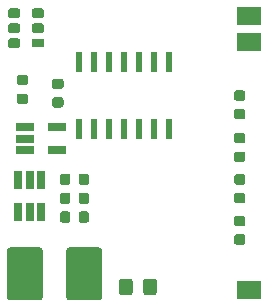
<source format=gbr>
G04 #@! TF.GenerationSoftware,KiCad,Pcbnew,5.1.2*
G04 #@! TF.CreationDate,2019-08-16T23:11:14-07:00*
G04 #@! TF.ProjectId,lofi,6c6f6669-2e6b-4696-9361-645f70636258,rev?*
G04 #@! TF.SameCoordinates,Original*
G04 #@! TF.FileFunction,Paste,Top*
G04 #@! TF.FilePolarity,Positive*
%FSLAX46Y46*%
G04 Gerber Fmt 4.6, Leading zero omitted, Abs format (unit mm)*
G04 Created by KiCad (PCBNEW 5.1.2) date 2019-08-16 23:11:14*
%MOMM*%
%LPD*%
G04 APERTURE LIST*
%ADD10R,0.600000X1.800000*%
%ADD11R,0.650000X1.560000*%
%ADD12R,2.000000X1.600000*%
%ADD13C,0.100000*%
%ADD14C,0.800000*%
%ADD15R,1.000000X0.800000*%
%ADD16C,0.875000*%
%ADD17C,3.025000*%
%ADD18C,1.150000*%
%ADD19R,1.560000X0.650000*%
G04 APERTURE END LIST*
D10*
X116590000Y-74200000D03*
X117860000Y-74200000D03*
X119130000Y-74200000D03*
X120400000Y-74200000D03*
X121670000Y-74200000D03*
X122940000Y-74200000D03*
X124210000Y-74200000D03*
X124210000Y-79800000D03*
X122940000Y-79800000D03*
X121670000Y-79800000D03*
X120400000Y-79800000D03*
X119130000Y-79800000D03*
X117860000Y-79800000D03*
X116590000Y-79800000D03*
D11*
X112400000Y-84150000D03*
X111450000Y-84150000D03*
X113350000Y-84150000D03*
X113350000Y-86850000D03*
X112400000Y-86850000D03*
X111450000Y-86850000D03*
D12*
X131000000Y-72500000D03*
X131000000Y-93500000D03*
X131000000Y-70300000D03*
D13*
G36*
X111419603Y-69630963D02*
G01*
X111439018Y-69633843D01*
X111458057Y-69638612D01*
X111476537Y-69645224D01*
X111494279Y-69653616D01*
X111511114Y-69663706D01*
X111526879Y-69675398D01*
X111541421Y-69688579D01*
X111554602Y-69703121D01*
X111566294Y-69718886D01*
X111576384Y-69735721D01*
X111584776Y-69753463D01*
X111591388Y-69771943D01*
X111596157Y-69790982D01*
X111599037Y-69810397D01*
X111600000Y-69830000D01*
X111600000Y-70230000D01*
X111599037Y-70249603D01*
X111596157Y-70269018D01*
X111591388Y-70288057D01*
X111584776Y-70306537D01*
X111576384Y-70324279D01*
X111566294Y-70341114D01*
X111554602Y-70356879D01*
X111541421Y-70371421D01*
X111526879Y-70384602D01*
X111511114Y-70396294D01*
X111494279Y-70406384D01*
X111476537Y-70414776D01*
X111458057Y-70421388D01*
X111439018Y-70426157D01*
X111419603Y-70429037D01*
X111400000Y-70430000D01*
X110800000Y-70430000D01*
X110780397Y-70429037D01*
X110760982Y-70426157D01*
X110741943Y-70421388D01*
X110723463Y-70414776D01*
X110705721Y-70406384D01*
X110688886Y-70396294D01*
X110673121Y-70384602D01*
X110658579Y-70371421D01*
X110645398Y-70356879D01*
X110633706Y-70341114D01*
X110623616Y-70324279D01*
X110615224Y-70306537D01*
X110608612Y-70288057D01*
X110603843Y-70269018D01*
X110600963Y-70249603D01*
X110600000Y-70230000D01*
X110600000Y-69830000D01*
X110600963Y-69810397D01*
X110603843Y-69790982D01*
X110608612Y-69771943D01*
X110615224Y-69753463D01*
X110623616Y-69735721D01*
X110633706Y-69718886D01*
X110645398Y-69703121D01*
X110658579Y-69688579D01*
X110673121Y-69675398D01*
X110688886Y-69663706D01*
X110705721Y-69653616D01*
X110723463Y-69645224D01*
X110741943Y-69638612D01*
X110760982Y-69633843D01*
X110780397Y-69630963D01*
X110800000Y-69630000D01*
X111400000Y-69630000D01*
X111419603Y-69630963D01*
X111419603Y-69630963D01*
G37*
D14*
X111100000Y-70030000D03*
D13*
G36*
X113419603Y-69630963D02*
G01*
X113439018Y-69633843D01*
X113458057Y-69638612D01*
X113476537Y-69645224D01*
X113494279Y-69653616D01*
X113511114Y-69663706D01*
X113526879Y-69675398D01*
X113541421Y-69688579D01*
X113554602Y-69703121D01*
X113566294Y-69718886D01*
X113576384Y-69735721D01*
X113584776Y-69753463D01*
X113591388Y-69771943D01*
X113596157Y-69790982D01*
X113599037Y-69810397D01*
X113600000Y-69830000D01*
X113600000Y-70230000D01*
X113599037Y-70249603D01*
X113596157Y-70269018D01*
X113591388Y-70288057D01*
X113584776Y-70306537D01*
X113576384Y-70324279D01*
X113566294Y-70341114D01*
X113554602Y-70356879D01*
X113541421Y-70371421D01*
X113526879Y-70384602D01*
X113511114Y-70396294D01*
X113494279Y-70406384D01*
X113476537Y-70414776D01*
X113458057Y-70421388D01*
X113439018Y-70426157D01*
X113419603Y-70429037D01*
X113400000Y-70430000D01*
X112800000Y-70430000D01*
X112780397Y-70429037D01*
X112760982Y-70426157D01*
X112741943Y-70421388D01*
X112723463Y-70414776D01*
X112705721Y-70406384D01*
X112688886Y-70396294D01*
X112673121Y-70384602D01*
X112658579Y-70371421D01*
X112645398Y-70356879D01*
X112633706Y-70341114D01*
X112623616Y-70324279D01*
X112615224Y-70306537D01*
X112608612Y-70288057D01*
X112603843Y-70269018D01*
X112600963Y-70249603D01*
X112600000Y-70230000D01*
X112600000Y-69830000D01*
X112600963Y-69810397D01*
X112603843Y-69790982D01*
X112608612Y-69771943D01*
X112615224Y-69753463D01*
X112623616Y-69735721D01*
X112633706Y-69718886D01*
X112645398Y-69703121D01*
X112658579Y-69688579D01*
X112673121Y-69675398D01*
X112688886Y-69663706D01*
X112705721Y-69653616D01*
X112723463Y-69645224D01*
X112741943Y-69638612D01*
X112760982Y-69633843D01*
X112780397Y-69630963D01*
X112800000Y-69630000D01*
X113400000Y-69630000D01*
X113419603Y-69630963D01*
X113419603Y-69630963D01*
G37*
D14*
X113100000Y-70030000D03*
D13*
G36*
X111419603Y-70900963D02*
G01*
X111439018Y-70903843D01*
X111458057Y-70908612D01*
X111476537Y-70915224D01*
X111494279Y-70923616D01*
X111511114Y-70933706D01*
X111526879Y-70945398D01*
X111541421Y-70958579D01*
X111554602Y-70973121D01*
X111566294Y-70988886D01*
X111576384Y-71005721D01*
X111584776Y-71023463D01*
X111591388Y-71041943D01*
X111596157Y-71060982D01*
X111599037Y-71080397D01*
X111600000Y-71100000D01*
X111600000Y-71500000D01*
X111599037Y-71519603D01*
X111596157Y-71539018D01*
X111591388Y-71558057D01*
X111584776Y-71576537D01*
X111576384Y-71594279D01*
X111566294Y-71611114D01*
X111554602Y-71626879D01*
X111541421Y-71641421D01*
X111526879Y-71654602D01*
X111511114Y-71666294D01*
X111494279Y-71676384D01*
X111476537Y-71684776D01*
X111458057Y-71691388D01*
X111439018Y-71696157D01*
X111419603Y-71699037D01*
X111400000Y-71700000D01*
X110800000Y-71700000D01*
X110780397Y-71699037D01*
X110760982Y-71696157D01*
X110741943Y-71691388D01*
X110723463Y-71684776D01*
X110705721Y-71676384D01*
X110688886Y-71666294D01*
X110673121Y-71654602D01*
X110658579Y-71641421D01*
X110645398Y-71626879D01*
X110633706Y-71611114D01*
X110623616Y-71594279D01*
X110615224Y-71576537D01*
X110608612Y-71558057D01*
X110603843Y-71539018D01*
X110600963Y-71519603D01*
X110600000Y-71500000D01*
X110600000Y-71100000D01*
X110600963Y-71080397D01*
X110603843Y-71060982D01*
X110608612Y-71041943D01*
X110615224Y-71023463D01*
X110623616Y-71005721D01*
X110633706Y-70988886D01*
X110645398Y-70973121D01*
X110658579Y-70958579D01*
X110673121Y-70945398D01*
X110688886Y-70933706D01*
X110705721Y-70923616D01*
X110723463Y-70915224D01*
X110741943Y-70908612D01*
X110760982Y-70903843D01*
X110780397Y-70900963D01*
X110800000Y-70900000D01*
X111400000Y-70900000D01*
X111419603Y-70900963D01*
X111419603Y-70900963D01*
G37*
D14*
X111100000Y-71300000D03*
D13*
G36*
X113419603Y-70900963D02*
G01*
X113439018Y-70903843D01*
X113458057Y-70908612D01*
X113476537Y-70915224D01*
X113494279Y-70923616D01*
X113511114Y-70933706D01*
X113526879Y-70945398D01*
X113541421Y-70958579D01*
X113554602Y-70973121D01*
X113566294Y-70988886D01*
X113576384Y-71005721D01*
X113584776Y-71023463D01*
X113591388Y-71041943D01*
X113596157Y-71060982D01*
X113599037Y-71080397D01*
X113600000Y-71100000D01*
X113600000Y-71500000D01*
X113599037Y-71519603D01*
X113596157Y-71539018D01*
X113591388Y-71558057D01*
X113584776Y-71576537D01*
X113576384Y-71594279D01*
X113566294Y-71611114D01*
X113554602Y-71626879D01*
X113541421Y-71641421D01*
X113526879Y-71654602D01*
X113511114Y-71666294D01*
X113494279Y-71676384D01*
X113476537Y-71684776D01*
X113458057Y-71691388D01*
X113439018Y-71696157D01*
X113419603Y-71699037D01*
X113400000Y-71700000D01*
X112800000Y-71700000D01*
X112780397Y-71699037D01*
X112760982Y-71696157D01*
X112741943Y-71691388D01*
X112723463Y-71684776D01*
X112705721Y-71676384D01*
X112688886Y-71666294D01*
X112673121Y-71654602D01*
X112658579Y-71641421D01*
X112645398Y-71626879D01*
X112633706Y-71611114D01*
X112623616Y-71594279D01*
X112615224Y-71576537D01*
X112608612Y-71558057D01*
X112603843Y-71539018D01*
X112600963Y-71519603D01*
X112600000Y-71500000D01*
X112600000Y-71100000D01*
X112600963Y-71080397D01*
X112603843Y-71060982D01*
X112608612Y-71041943D01*
X112615224Y-71023463D01*
X112623616Y-71005721D01*
X112633706Y-70988886D01*
X112645398Y-70973121D01*
X112658579Y-70958579D01*
X112673121Y-70945398D01*
X112688886Y-70933706D01*
X112705721Y-70923616D01*
X112723463Y-70915224D01*
X112741943Y-70908612D01*
X112760982Y-70903843D01*
X112780397Y-70900963D01*
X112800000Y-70900000D01*
X113400000Y-70900000D01*
X113419603Y-70900963D01*
X113419603Y-70900963D01*
G37*
D14*
X113100000Y-71300000D03*
D13*
G36*
X111419603Y-72170963D02*
G01*
X111439018Y-72173843D01*
X111458057Y-72178612D01*
X111476537Y-72185224D01*
X111494279Y-72193616D01*
X111511114Y-72203706D01*
X111526879Y-72215398D01*
X111541421Y-72228579D01*
X111554602Y-72243121D01*
X111566294Y-72258886D01*
X111576384Y-72275721D01*
X111584776Y-72293463D01*
X111591388Y-72311943D01*
X111596157Y-72330982D01*
X111599037Y-72350397D01*
X111600000Y-72370000D01*
X111600000Y-72770000D01*
X111599037Y-72789603D01*
X111596157Y-72809018D01*
X111591388Y-72828057D01*
X111584776Y-72846537D01*
X111576384Y-72864279D01*
X111566294Y-72881114D01*
X111554602Y-72896879D01*
X111541421Y-72911421D01*
X111526879Y-72924602D01*
X111511114Y-72936294D01*
X111494279Y-72946384D01*
X111476537Y-72954776D01*
X111458057Y-72961388D01*
X111439018Y-72966157D01*
X111419603Y-72969037D01*
X111400000Y-72970000D01*
X110800000Y-72970000D01*
X110780397Y-72969037D01*
X110760982Y-72966157D01*
X110741943Y-72961388D01*
X110723463Y-72954776D01*
X110705721Y-72946384D01*
X110688886Y-72936294D01*
X110673121Y-72924602D01*
X110658579Y-72911421D01*
X110645398Y-72896879D01*
X110633706Y-72881114D01*
X110623616Y-72864279D01*
X110615224Y-72846537D01*
X110608612Y-72828057D01*
X110603843Y-72809018D01*
X110600963Y-72789603D01*
X110600000Y-72770000D01*
X110600000Y-72370000D01*
X110600963Y-72350397D01*
X110603843Y-72330982D01*
X110608612Y-72311943D01*
X110615224Y-72293463D01*
X110623616Y-72275721D01*
X110633706Y-72258886D01*
X110645398Y-72243121D01*
X110658579Y-72228579D01*
X110673121Y-72215398D01*
X110688886Y-72203706D01*
X110705721Y-72193616D01*
X110723463Y-72185224D01*
X110741943Y-72178612D01*
X110760982Y-72173843D01*
X110780397Y-72170963D01*
X110800000Y-72170000D01*
X111400000Y-72170000D01*
X111419603Y-72170963D01*
X111419603Y-72170963D01*
G37*
D14*
X111100000Y-72570000D03*
D15*
X113100000Y-72570000D03*
D13*
G36*
X112077691Y-76838553D02*
G01*
X112098926Y-76841703D01*
X112119750Y-76846919D01*
X112139962Y-76854151D01*
X112159368Y-76863330D01*
X112177781Y-76874366D01*
X112195024Y-76887154D01*
X112210930Y-76901570D01*
X112225346Y-76917476D01*
X112238134Y-76934719D01*
X112249170Y-76953132D01*
X112258349Y-76972538D01*
X112265581Y-76992750D01*
X112270797Y-77013574D01*
X112273947Y-77034809D01*
X112275000Y-77056250D01*
X112275000Y-77493750D01*
X112273947Y-77515191D01*
X112270797Y-77536426D01*
X112265581Y-77557250D01*
X112258349Y-77577462D01*
X112249170Y-77596868D01*
X112238134Y-77615281D01*
X112225346Y-77632524D01*
X112210930Y-77648430D01*
X112195024Y-77662846D01*
X112177781Y-77675634D01*
X112159368Y-77686670D01*
X112139962Y-77695849D01*
X112119750Y-77703081D01*
X112098926Y-77708297D01*
X112077691Y-77711447D01*
X112056250Y-77712500D01*
X111543750Y-77712500D01*
X111522309Y-77711447D01*
X111501074Y-77708297D01*
X111480250Y-77703081D01*
X111460038Y-77695849D01*
X111440632Y-77686670D01*
X111422219Y-77675634D01*
X111404976Y-77662846D01*
X111389070Y-77648430D01*
X111374654Y-77632524D01*
X111361866Y-77615281D01*
X111350830Y-77596868D01*
X111341651Y-77577462D01*
X111334419Y-77557250D01*
X111329203Y-77536426D01*
X111326053Y-77515191D01*
X111325000Y-77493750D01*
X111325000Y-77056250D01*
X111326053Y-77034809D01*
X111329203Y-77013574D01*
X111334419Y-76992750D01*
X111341651Y-76972538D01*
X111350830Y-76953132D01*
X111361866Y-76934719D01*
X111374654Y-76917476D01*
X111389070Y-76901570D01*
X111404976Y-76887154D01*
X111422219Y-76874366D01*
X111440632Y-76863330D01*
X111460038Y-76854151D01*
X111480250Y-76846919D01*
X111501074Y-76841703D01*
X111522309Y-76838553D01*
X111543750Y-76837500D01*
X112056250Y-76837500D01*
X112077691Y-76838553D01*
X112077691Y-76838553D01*
G37*
D16*
X111800000Y-77275000D03*
D13*
G36*
X112077691Y-75263553D02*
G01*
X112098926Y-75266703D01*
X112119750Y-75271919D01*
X112139962Y-75279151D01*
X112159368Y-75288330D01*
X112177781Y-75299366D01*
X112195024Y-75312154D01*
X112210930Y-75326570D01*
X112225346Y-75342476D01*
X112238134Y-75359719D01*
X112249170Y-75378132D01*
X112258349Y-75397538D01*
X112265581Y-75417750D01*
X112270797Y-75438574D01*
X112273947Y-75459809D01*
X112275000Y-75481250D01*
X112275000Y-75918750D01*
X112273947Y-75940191D01*
X112270797Y-75961426D01*
X112265581Y-75982250D01*
X112258349Y-76002462D01*
X112249170Y-76021868D01*
X112238134Y-76040281D01*
X112225346Y-76057524D01*
X112210930Y-76073430D01*
X112195024Y-76087846D01*
X112177781Y-76100634D01*
X112159368Y-76111670D01*
X112139962Y-76120849D01*
X112119750Y-76128081D01*
X112098926Y-76133297D01*
X112077691Y-76136447D01*
X112056250Y-76137500D01*
X111543750Y-76137500D01*
X111522309Y-76136447D01*
X111501074Y-76133297D01*
X111480250Y-76128081D01*
X111460038Y-76120849D01*
X111440632Y-76111670D01*
X111422219Y-76100634D01*
X111404976Y-76087846D01*
X111389070Y-76073430D01*
X111374654Y-76057524D01*
X111361866Y-76040281D01*
X111350830Y-76021868D01*
X111341651Y-76002462D01*
X111334419Y-75982250D01*
X111329203Y-75961426D01*
X111326053Y-75940191D01*
X111325000Y-75918750D01*
X111325000Y-75481250D01*
X111326053Y-75459809D01*
X111329203Y-75438574D01*
X111334419Y-75417750D01*
X111341651Y-75397538D01*
X111350830Y-75378132D01*
X111361866Y-75359719D01*
X111374654Y-75342476D01*
X111389070Y-75326570D01*
X111404976Y-75312154D01*
X111422219Y-75299366D01*
X111440632Y-75288330D01*
X111460038Y-75279151D01*
X111480250Y-75271919D01*
X111501074Y-75266703D01*
X111522309Y-75263553D01*
X111543750Y-75262500D01*
X112056250Y-75262500D01*
X112077691Y-75263553D01*
X112077691Y-75263553D01*
G37*
D16*
X111800000Y-75700000D03*
D13*
G36*
X115077691Y-77151053D02*
G01*
X115098926Y-77154203D01*
X115119750Y-77159419D01*
X115139962Y-77166651D01*
X115159368Y-77175830D01*
X115177781Y-77186866D01*
X115195024Y-77199654D01*
X115210930Y-77214070D01*
X115225346Y-77229976D01*
X115238134Y-77247219D01*
X115249170Y-77265632D01*
X115258349Y-77285038D01*
X115265581Y-77305250D01*
X115270797Y-77326074D01*
X115273947Y-77347309D01*
X115275000Y-77368750D01*
X115275000Y-77806250D01*
X115273947Y-77827691D01*
X115270797Y-77848926D01*
X115265581Y-77869750D01*
X115258349Y-77889962D01*
X115249170Y-77909368D01*
X115238134Y-77927781D01*
X115225346Y-77945024D01*
X115210930Y-77960930D01*
X115195024Y-77975346D01*
X115177781Y-77988134D01*
X115159368Y-77999170D01*
X115139962Y-78008349D01*
X115119750Y-78015581D01*
X115098926Y-78020797D01*
X115077691Y-78023947D01*
X115056250Y-78025000D01*
X114543750Y-78025000D01*
X114522309Y-78023947D01*
X114501074Y-78020797D01*
X114480250Y-78015581D01*
X114460038Y-78008349D01*
X114440632Y-77999170D01*
X114422219Y-77988134D01*
X114404976Y-77975346D01*
X114389070Y-77960930D01*
X114374654Y-77945024D01*
X114361866Y-77927781D01*
X114350830Y-77909368D01*
X114341651Y-77889962D01*
X114334419Y-77869750D01*
X114329203Y-77848926D01*
X114326053Y-77827691D01*
X114325000Y-77806250D01*
X114325000Y-77368750D01*
X114326053Y-77347309D01*
X114329203Y-77326074D01*
X114334419Y-77305250D01*
X114341651Y-77285038D01*
X114350830Y-77265632D01*
X114361866Y-77247219D01*
X114374654Y-77229976D01*
X114389070Y-77214070D01*
X114404976Y-77199654D01*
X114422219Y-77186866D01*
X114440632Y-77175830D01*
X114460038Y-77166651D01*
X114480250Y-77159419D01*
X114501074Y-77154203D01*
X114522309Y-77151053D01*
X114543750Y-77150000D01*
X115056250Y-77150000D01*
X115077691Y-77151053D01*
X115077691Y-77151053D01*
G37*
D16*
X114800000Y-77587500D03*
D13*
G36*
X115077691Y-75576053D02*
G01*
X115098926Y-75579203D01*
X115119750Y-75584419D01*
X115139962Y-75591651D01*
X115159368Y-75600830D01*
X115177781Y-75611866D01*
X115195024Y-75624654D01*
X115210930Y-75639070D01*
X115225346Y-75654976D01*
X115238134Y-75672219D01*
X115249170Y-75690632D01*
X115258349Y-75710038D01*
X115265581Y-75730250D01*
X115270797Y-75751074D01*
X115273947Y-75772309D01*
X115275000Y-75793750D01*
X115275000Y-76231250D01*
X115273947Y-76252691D01*
X115270797Y-76273926D01*
X115265581Y-76294750D01*
X115258349Y-76314962D01*
X115249170Y-76334368D01*
X115238134Y-76352781D01*
X115225346Y-76370024D01*
X115210930Y-76385930D01*
X115195024Y-76400346D01*
X115177781Y-76413134D01*
X115159368Y-76424170D01*
X115139962Y-76433349D01*
X115119750Y-76440581D01*
X115098926Y-76445797D01*
X115077691Y-76448947D01*
X115056250Y-76450000D01*
X114543750Y-76450000D01*
X114522309Y-76448947D01*
X114501074Y-76445797D01*
X114480250Y-76440581D01*
X114460038Y-76433349D01*
X114440632Y-76424170D01*
X114422219Y-76413134D01*
X114404976Y-76400346D01*
X114389070Y-76385930D01*
X114374654Y-76370024D01*
X114361866Y-76352781D01*
X114350830Y-76334368D01*
X114341651Y-76314962D01*
X114334419Y-76294750D01*
X114329203Y-76273926D01*
X114326053Y-76252691D01*
X114325000Y-76231250D01*
X114325000Y-75793750D01*
X114326053Y-75772309D01*
X114329203Y-75751074D01*
X114334419Y-75730250D01*
X114341651Y-75710038D01*
X114350830Y-75690632D01*
X114361866Y-75672219D01*
X114374654Y-75654976D01*
X114389070Y-75639070D01*
X114404976Y-75624654D01*
X114422219Y-75611866D01*
X114440632Y-75600830D01*
X114460038Y-75591651D01*
X114480250Y-75584419D01*
X114501074Y-75579203D01*
X114522309Y-75576053D01*
X114543750Y-75575000D01*
X115056250Y-75575000D01*
X115077691Y-75576053D01*
X115077691Y-75576053D01*
G37*
D16*
X114800000Y-76012500D03*
D13*
G36*
X130477691Y-81751053D02*
G01*
X130498926Y-81754203D01*
X130519750Y-81759419D01*
X130539962Y-81766651D01*
X130559368Y-81775830D01*
X130577781Y-81786866D01*
X130595024Y-81799654D01*
X130610930Y-81814070D01*
X130625346Y-81829976D01*
X130638134Y-81847219D01*
X130649170Y-81865632D01*
X130658349Y-81885038D01*
X130665581Y-81905250D01*
X130670797Y-81926074D01*
X130673947Y-81947309D01*
X130675000Y-81968750D01*
X130675000Y-82406250D01*
X130673947Y-82427691D01*
X130670797Y-82448926D01*
X130665581Y-82469750D01*
X130658349Y-82489962D01*
X130649170Y-82509368D01*
X130638134Y-82527781D01*
X130625346Y-82545024D01*
X130610930Y-82560930D01*
X130595024Y-82575346D01*
X130577781Y-82588134D01*
X130559368Y-82599170D01*
X130539962Y-82608349D01*
X130519750Y-82615581D01*
X130498926Y-82620797D01*
X130477691Y-82623947D01*
X130456250Y-82625000D01*
X129943750Y-82625000D01*
X129922309Y-82623947D01*
X129901074Y-82620797D01*
X129880250Y-82615581D01*
X129860038Y-82608349D01*
X129840632Y-82599170D01*
X129822219Y-82588134D01*
X129804976Y-82575346D01*
X129789070Y-82560930D01*
X129774654Y-82545024D01*
X129761866Y-82527781D01*
X129750830Y-82509368D01*
X129741651Y-82489962D01*
X129734419Y-82469750D01*
X129729203Y-82448926D01*
X129726053Y-82427691D01*
X129725000Y-82406250D01*
X129725000Y-81968750D01*
X129726053Y-81947309D01*
X129729203Y-81926074D01*
X129734419Y-81905250D01*
X129741651Y-81885038D01*
X129750830Y-81865632D01*
X129761866Y-81847219D01*
X129774654Y-81829976D01*
X129789070Y-81814070D01*
X129804976Y-81799654D01*
X129822219Y-81786866D01*
X129840632Y-81775830D01*
X129860038Y-81766651D01*
X129880250Y-81759419D01*
X129901074Y-81754203D01*
X129922309Y-81751053D01*
X129943750Y-81750000D01*
X130456250Y-81750000D01*
X130477691Y-81751053D01*
X130477691Y-81751053D01*
G37*
D16*
X130200000Y-82187500D03*
D13*
G36*
X130477691Y-80176053D02*
G01*
X130498926Y-80179203D01*
X130519750Y-80184419D01*
X130539962Y-80191651D01*
X130559368Y-80200830D01*
X130577781Y-80211866D01*
X130595024Y-80224654D01*
X130610930Y-80239070D01*
X130625346Y-80254976D01*
X130638134Y-80272219D01*
X130649170Y-80290632D01*
X130658349Y-80310038D01*
X130665581Y-80330250D01*
X130670797Y-80351074D01*
X130673947Y-80372309D01*
X130675000Y-80393750D01*
X130675000Y-80831250D01*
X130673947Y-80852691D01*
X130670797Y-80873926D01*
X130665581Y-80894750D01*
X130658349Y-80914962D01*
X130649170Y-80934368D01*
X130638134Y-80952781D01*
X130625346Y-80970024D01*
X130610930Y-80985930D01*
X130595024Y-81000346D01*
X130577781Y-81013134D01*
X130559368Y-81024170D01*
X130539962Y-81033349D01*
X130519750Y-81040581D01*
X130498926Y-81045797D01*
X130477691Y-81048947D01*
X130456250Y-81050000D01*
X129943750Y-81050000D01*
X129922309Y-81048947D01*
X129901074Y-81045797D01*
X129880250Y-81040581D01*
X129860038Y-81033349D01*
X129840632Y-81024170D01*
X129822219Y-81013134D01*
X129804976Y-81000346D01*
X129789070Y-80985930D01*
X129774654Y-80970024D01*
X129761866Y-80952781D01*
X129750830Y-80934368D01*
X129741651Y-80914962D01*
X129734419Y-80894750D01*
X129729203Y-80873926D01*
X129726053Y-80852691D01*
X129725000Y-80831250D01*
X129725000Y-80393750D01*
X129726053Y-80372309D01*
X129729203Y-80351074D01*
X129734419Y-80330250D01*
X129741651Y-80310038D01*
X129750830Y-80290632D01*
X129761866Y-80272219D01*
X129774654Y-80254976D01*
X129789070Y-80239070D01*
X129804976Y-80224654D01*
X129822219Y-80211866D01*
X129840632Y-80200830D01*
X129860038Y-80191651D01*
X129880250Y-80184419D01*
X129901074Y-80179203D01*
X129922309Y-80176053D01*
X129943750Y-80175000D01*
X130456250Y-80175000D01*
X130477691Y-80176053D01*
X130477691Y-80176053D01*
G37*
D16*
X130200000Y-80612500D03*
D13*
G36*
X115665191Y-86826053D02*
G01*
X115686426Y-86829203D01*
X115707250Y-86834419D01*
X115727462Y-86841651D01*
X115746868Y-86850830D01*
X115765281Y-86861866D01*
X115782524Y-86874654D01*
X115798430Y-86889070D01*
X115812846Y-86904976D01*
X115825634Y-86922219D01*
X115836670Y-86940632D01*
X115845849Y-86960038D01*
X115853081Y-86980250D01*
X115858297Y-87001074D01*
X115861447Y-87022309D01*
X115862500Y-87043750D01*
X115862500Y-87556250D01*
X115861447Y-87577691D01*
X115858297Y-87598926D01*
X115853081Y-87619750D01*
X115845849Y-87639962D01*
X115836670Y-87659368D01*
X115825634Y-87677781D01*
X115812846Y-87695024D01*
X115798430Y-87710930D01*
X115782524Y-87725346D01*
X115765281Y-87738134D01*
X115746868Y-87749170D01*
X115727462Y-87758349D01*
X115707250Y-87765581D01*
X115686426Y-87770797D01*
X115665191Y-87773947D01*
X115643750Y-87775000D01*
X115206250Y-87775000D01*
X115184809Y-87773947D01*
X115163574Y-87770797D01*
X115142750Y-87765581D01*
X115122538Y-87758349D01*
X115103132Y-87749170D01*
X115084719Y-87738134D01*
X115067476Y-87725346D01*
X115051570Y-87710930D01*
X115037154Y-87695024D01*
X115024366Y-87677781D01*
X115013330Y-87659368D01*
X115004151Y-87639962D01*
X114996919Y-87619750D01*
X114991703Y-87598926D01*
X114988553Y-87577691D01*
X114987500Y-87556250D01*
X114987500Y-87043750D01*
X114988553Y-87022309D01*
X114991703Y-87001074D01*
X114996919Y-86980250D01*
X115004151Y-86960038D01*
X115013330Y-86940632D01*
X115024366Y-86922219D01*
X115037154Y-86904976D01*
X115051570Y-86889070D01*
X115067476Y-86874654D01*
X115084719Y-86861866D01*
X115103132Y-86850830D01*
X115122538Y-86841651D01*
X115142750Y-86834419D01*
X115163574Y-86829203D01*
X115184809Y-86826053D01*
X115206250Y-86825000D01*
X115643750Y-86825000D01*
X115665191Y-86826053D01*
X115665191Y-86826053D01*
G37*
D16*
X115425000Y-87300000D03*
D13*
G36*
X117240191Y-86826053D02*
G01*
X117261426Y-86829203D01*
X117282250Y-86834419D01*
X117302462Y-86841651D01*
X117321868Y-86850830D01*
X117340281Y-86861866D01*
X117357524Y-86874654D01*
X117373430Y-86889070D01*
X117387846Y-86904976D01*
X117400634Y-86922219D01*
X117411670Y-86940632D01*
X117420849Y-86960038D01*
X117428081Y-86980250D01*
X117433297Y-87001074D01*
X117436447Y-87022309D01*
X117437500Y-87043750D01*
X117437500Y-87556250D01*
X117436447Y-87577691D01*
X117433297Y-87598926D01*
X117428081Y-87619750D01*
X117420849Y-87639962D01*
X117411670Y-87659368D01*
X117400634Y-87677781D01*
X117387846Y-87695024D01*
X117373430Y-87710930D01*
X117357524Y-87725346D01*
X117340281Y-87738134D01*
X117321868Y-87749170D01*
X117302462Y-87758349D01*
X117282250Y-87765581D01*
X117261426Y-87770797D01*
X117240191Y-87773947D01*
X117218750Y-87775000D01*
X116781250Y-87775000D01*
X116759809Y-87773947D01*
X116738574Y-87770797D01*
X116717750Y-87765581D01*
X116697538Y-87758349D01*
X116678132Y-87749170D01*
X116659719Y-87738134D01*
X116642476Y-87725346D01*
X116626570Y-87710930D01*
X116612154Y-87695024D01*
X116599366Y-87677781D01*
X116588330Y-87659368D01*
X116579151Y-87639962D01*
X116571919Y-87619750D01*
X116566703Y-87598926D01*
X116563553Y-87577691D01*
X116562500Y-87556250D01*
X116562500Y-87043750D01*
X116563553Y-87022309D01*
X116566703Y-87001074D01*
X116571919Y-86980250D01*
X116579151Y-86960038D01*
X116588330Y-86940632D01*
X116599366Y-86922219D01*
X116612154Y-86904976D01*
X116626570Y-86889070D01*
X116642476Y-86874654D01*
X116659719Y-86861866D01*
X116678132Y-86850830D01*
X116697538Y-86841651D01*
X116717750Y-86834419D01*
X116738574Y-86829203D01*
X116759809Y-86826053D01*
X116781250Y-86825000D01*
X117218750Y-86825000D01*
X117240191Y-86826053D01*
X117240191Y-86826053D01*
G37*
D16*
X117000000Y-87300000D03*
D13*
G36*
X117240191Y-83626053D02*
G01*
X117261426Y-83629203D01*
X117282250Y-83634419D01*
X117302462Y-83641651D01*
X117321868Y-83650830D01*
X117340281Y-83661866D01*
X117357524Y-83674654D01*
X117373430Y-83689070D01*
X117387846Y-83704976D01*
X117400634Y-83722219D01*
X117411670Y-83740632D01*
X117420849Y-83760038D01*
X117428081Y-83780250D01*
X117433297Y-83801074D01*
X117436447Y-83822309D01*
X117437500Y-83843750D01*
X117437500Y-84356250D01*
X117436447Y-84377691D01*
X117433297Y-84398926D01*
X117428081Y-84419750D01*
X117420849Y-84439962D01*
X117411670Y-84459368D01*
X117400634Y-84477781D01*
X117387846Y-84495024D01*
X117373430Y-84510930D01*
X117357524Y-84525346D01*
X117340281Y-84538134D01*
X117321868Y-84549170D01*
X117302462Y-84558349D01*
X117282250Y-84565581D01*
X117261426Y-84570797D01*
X117240191Y-84573947D01*
X117218750Y-84575000D01*
X116781250Y-84575000D01*
X116759809Y-84573947D01*
X116738574Y-84570797D01*
X116717750Y-84565581D01*
X116697538Y-84558349D01*
X116678132Y-84549170D01*
X116659719Y-84538134D01*
X116642476Y-84525346D01*
X116626570Y-84510930D01*
X116612154Y-84495024D01*
X116599366Y-84477781D01*
X116588330Y-84459368D01*
X116579151Y-84439962D01*
X116571919Y-84419750D01*
X116566703Y-84398926D01*
X116563553Y-84377691D01*
X116562500Y-84356250D01*
X116562500Y-83843750D01*
X116563553Y-83822309D01*
X116566703Y-83801074D01*
X116571919Y-83780250D01*
X116579151Y-83760038D01*
X116588330Y-83740632D01*
X116599366Y-83722219D01*
X116612154Y-83704976D01*
X116626570Y-83689070D01*
X116642476Y-83674654D01*
X116659719Y-83661866D01*
X116678132Y-83650830D01*
X116697538Y-83641651D01*
X116717750Y-83634419D01*
X116738574Y-83629203D01*
X116759809Y-83626053D01*
X116781250Y-83625000D01*
X117218750Y-83625000D01*
X117240191Y-83626053D01*
X117240191Y-83626053D01*
G37*
D16*
X117000000Y-84100000D03*
D13*
G36*
X115665191Y-83626053D02*
G01*
X115686426Y-83629203D01*
X115707250Y-83634419D01*
X115727462Y-83641651D01*
X115746868Y-83650830D01*
X115765281Y-83661866D01*
X115782524Y-83674654D01*
X115798430Y-83689070D01*
X115812846Y-83704976D01*
X115825634Y-83722219D01*
X115836670Y-83740632D01*
X115845849Y-83760038D01*
X115853081Y-83780250D01*
X115858297Y-83801074D01*
X115861447Y-83822309D01*
X115862500Y-83843750D01*
X115862500Y-84356250D01*
X115861447Y-84377691D01*
X115858297Y-84398926D01*
X115853081Y-84419750D01*
X115845849Y-84439962D01*
X115836670Y-84459368D01*
X115825634Y-84477781D01*
X115812846Y-84495024D01*
X115798430Y-84510930D01*
X115782524Y-84525346D01*
X115765281Y-84538134D01*
X115746868Y-84549170D01*
X115727462Y-84558349D01*
X115707250Y-84565581D01*
X115686426Y-84570797D01*
X115665191Y-84573947D01*
X115643750Y-84575000D01*
X115206250Y-84575000D01*
X115184809Y-84573947D01*
X115163574Y-84570797D01*
X115142750Y-84565581D01*
X115122538Y-84558349D01*
X115103132Y-84549170D01*
X115084719Y-84538134D01*
X115067476Y-84525346D01*
X115051570Y-84510930D01*
X115037154Y-84495024D01*
X115024366Y-84477781D01*
X115013330Y-84459368D01*
X115004151Y-84439962D01*
X114996919Y-84419750D01*
X114991703Y-84398926D01*
X114988553Y-84377691D01*
X114987500Y-84356250D01*
X114987500Y-83843750D01*
X114988553Y-83822309D01*
X114991703Y-83801074D01*
X114996919Y-83780250D01*
X115004151Y-83760038D01*
X115013330Y-83740632D01*
X115024366Y-83722219D01*
X115037154Y-83704976D01*
X115051570Y-83689070D01*
X115067476Y-83674654D01*
X115084719Y-83661866D01*
X115103132Y-83650830D01*
X115122538Y-83641651D01*
X115142750Y-83634419D01*
X115163574Y-83629203D01*
X115184809Y-83626053D01*
X115206250Y-83625000D01*
X115643750Y-83625000D01*
X115665191Y-83626053D01*
X115665191Y-83626053D01*
G37*
D16*
X115425000Y-84100000D03*
D13*
G36*
X117240191Y-85226053D02*
G01*
X117261426Y-85229203D01*
X117282250Y-85234419D01*
X117302462Y-85241651D01*
X117321868Y-85250830D01*
X117340281Y-85261866D01*
X117357524Y-85274654D01*
X117373430Y-85289070D01*
X117387846Y-85304976D01*
X117400634Y-85322219D01*
X117411670Y-85340632D01*
X117420849Y-85360038D01*
X117428081Y-85380250D01*
X117433297Y-85401074D01*
X117436447Y-85422309D01*
X117437500Y-85443750D01*
X117437500Y-85956250D01*
X117436447Y-85977691D01*
X117433297Y-85998926D01*
X117428081Y-86019750D01*
X117420849Y-86039962D01*
X117411670Y-86059368D01*
X117400634Y-86077781D01*
X117387846Y-86095024D01*
X117373430Y-86110930D01*
X117357524Y-86125346D01*
X117340281Y-86138134D01*
X117321868Y-86149170D01*
X117302462Y-86158349D01*
X117282250Y-86165581D01*
X117261426Y-86170797D01*
X117240191Y-86173947D01*
X117218750Y-86175000D01*
X116781250Y-86175000D01*
X116759809Y-86173947D01*
X116738574Y-86170797D01*
X116717750Y-86165581D01*
X116697538Y-86158349D01*
X116678132Y-86149170D01*
X116659719Y-86138134D01*
X116642476Y-86125346D01*
X116626570Y-86110930D01*
X116612154Y-86095024D01*
X116599366Y-86077781D01*
X116588330Y-86059368D01*
X116579151Y-86039962D01*
X116571919Y-86019750D01*
X116566703Y-85998926D01*
X116563553Y-85977691D01*
X116562500Y-85956250D01*
X116562500Y-85443750D01*
X116563553Y-85422309D01*
X116566703Y-85401074D01*
X116571919Y-85380250D01*
X116579151Y-85360038D01*
X116588330Y-85340632D01*
X116599366Y-85322219D01*
X116612154Y-85304976D01*
X116626570Y-85289070D01*
X116642476Y-85274654D01*
X116659719Y-85261866D01*
X116678132Y-85250830D01*
X116697538Y-85241651D01*
X116717750Y-85234419D01*
X116738574Y-85229203D01*
X116759809Y-85226053D01*
X116781250Y-85225000D01*
X117218750Y-85225000D01*
X117240191Y-85226053D01*
X117240191Y-85226053D01*
G37*
D16*
X117000000Y-85700000D03*
D13*
G36*
X115665191Y-85226053D02*
G01*
X115686426Y-85229203D01*
X115707250Y-85234419D01*
X115727462Y-85241651D01*
X115746868Y-85250830D01*
X115765281Y-85261866D01*
X115782524Y-85274654D01*
X115798430Y-85289070D01*
X115812846Y-85304976D01*
X115825634Y-85322219D01*
X115836670Y-85340632D01*
X115845849Y-85360038D01*
X115853081Y-85380250D01*
X115858297Y-85401074D01*
X115861447Y-85422309D01*
X115862500Y-85443750D01*
X115862500Y-85956250D01*
X115861447Y-85977691D01*
X115858297Y-85998926D01*
X115853081Y-86019750D01*
X115845849Y-86039962D01*
X115836670Y-86059368D01*
X115825634Y-86077781D01*
X115812846Y-86095024D01*
X115798430Y-86110930D01*
X115782524Y-86125346D01*
X115765281Y-86138134D01*
X115746868Y-86149170D01*
X115727462Y-86158349D01*
X115707250Y-86165581D01*
X115686426Y-86170797D01*
X115665191Y-86173947D01*
X115643750Y-86175000D01*
X115206250Y-86175000D01*
X115184809Y-86173947D01*
X115163574Y-86170797D01*
X115142750Y-86165581D01*
X115122538Y-86158349D01*
X115103132Y-86149170D01*
X115084719Y-86138134D01*
X115067476Y-86125346D01*
X115051570Y-86110930D01*
X115037154Y-86095024D01*
X115024366Y-86077781D01*
X115013330Y-86059368D01*
X115004151Y-86039962D01*
X114996919Y-86019750D01*
X114991703Y-85998926D01*
X114988553Y-85977691D01*
X114987500Y-85956250D01*
X114987500Y-85443750D01*
X114988553Y-85422309D01*
X114991703Y-85401074D01*
X114996919Y-85380250D01*
X115004151Y-85360038D01*
X115013330Y-85340632D01*
X115024366Y-85322219D01*
X115037154Y-85304976D01*
X115051570Y-85289070D01*
X115067476Y-85274654D01*
X115084719Y-85261866D01*
X115103132Y-85250830D01*
X115122538Y-85241651D01*
X115142750Y-85234419D01*
X115163574Y-85229203D01*
X115184809Y-85226053D01*
X115206250Y-85225000D01*
X115643750Y-85225000D01*
X115665191Y-85226053D01*
X115665191Y-85226053D01*
G37*
D16*
X115425000Y-85700000D03*
D13*
G36*
X130477691Y-76576053D02*
G01*
X130498926Y-76579203D01*
X130519750Y-76584419D01*
X130539962Y-76591651D01*
X130559368Y-76600830D01*
X130577781Y-76611866D01*
X130595024Y-76624654D01*
X130610930Y-76639070D01*
X130625346Y-76654976D01*
X130638134Y-76672219D01*
X130649170Y-76690632D01*
X130658349Y-76710038D01*
X130665581Y-76730250D01*
X130670797Y-76751074D01*
X130673947Y-76772309D01*
X130675000Y-76793750D01*
X130675000Y-77231250D01*
X130673947Y-77252691D01*
X130670797Y-77273926D01*
X130665581Y-77294750D01*
X130658349Y-77314962D01*
X130649170Y-77334368D01*
X130638134Y-77352781D01*
X130625346Y-77370024D01*
X130610930Y-77385930D01*
X130595024Y-77400346D01*
X130577781Y-77413134D01*
X130559368Y-77424170D01*
X130539962Y-77433349D01*
X130519750Y-77440581D01*
X130498926Y-77445797D01*
X130477691Y-77448947D01*
X130456250Y-77450000D01*
X129943750Y-77450000D01*
X129922309Y-77448947D01*
X129901074Y-77445797D01*
X129880250Y-77440581D01*
X129860038Y-77433349D01*
X129840632Y-77424170D01*
X129822219Y-77413134D01*
X129804976Y-77400346D01*
X129789070Y-77385930D01*
X129774654Y-77370024D01*
X129761866Y-77352781D01*
X129750830Y-77334368D01*
X129741651Y-77314962D01*
X129734419Y-77294750D01*
X129729203Y-77273926D01*
X129726053Y-77252691D01*
X129725000Y-77231250D01*
X129725000Y-76793750D01*
X129726053Y-76772309D01*
X129729203Y-76751074D01*
X129734419Y-76730250D01*
X129741651Y-76710038D01*
X129750830Y-76690632D01*
X129761866Y-76672219D01*
X129774654Y-76654976D01*
X129789070Y-76639070D01*
X129804976Y-76624654D01*
X129822219Y-76611866D01*
X129840632Y-76600830D01*
X129860038Y-76591651D01*
X129880250Y-76584419D01*
X129901074Y-76579203D01*
X129922309Y-76576053D01*
X129943750Y-76575000D01*
X130456250Y-76575000D01*
X130477691Y-76576053D01*
X130477691Y-76576053D01*
G37*
D16*
X130200000Y-77012500D03*
D13*
G36*
X130477691Y-78151053D02*
G01*
X130498926Y-78154203D01*
X130519750Y-78159419D01*
X130539962Y-78166651D01*
X130559368Y-78175830D01*
X130577781Y-78186866D01*
X130595024Y-78199654D01*
X130610930Y-78214070D01*
X130625346Y-78229976D01*
X130638134Y-78247219D01*
X130649170Y-78265632D01*
X130658349Y-78285038D01*
X130665581Y-78305250D01*
X130670797Y-78326074D01*
X130673947Y-78347309D01*
X130675000Y-78368750D01*
X130675000Y-78806250D01*
X130673947Y-78827691D01*
X130670797Y-78848926D01*
X130665581Y-78869750D01*
X130658349Y-78889962D01*
X130649170Y-78909368D01*
X130638134Y-78927781D01*
X130625346Y-78945024D01*
X130610930Y-78960930D01*
X130595024Y-78975346D01*
X130577781Y-78988134D01*
X130559368Y-78999170D01*
X130539962Y-79008349D01*
X130519750Y-79015581D01*
X130498926Y-79020797D01*
X130477691Y-79023947D01*
X130456250Y-79025000D01*
X129943750Y-79025000D01*
X129922309Y-79023947D01*
X129901074Y-79020797D01*
X129880250Y-79015581D01*
X129860038Y-79008349D01*
X129840632Y-78999170D01*
X129822219Y-78988134D01*
X129804976Y-78975346D01*
X129789070Y-78960930D01*
X129774654Y-78945024D01*
X129761866Y-78927781D01*
X129750830Y-78909368D01*
X129741651Y-78889962D01*
X129734419Y-78869750D01*
X129729203Y-78848926D01*
X129726053Y-78827691D01*
X129725000Y-78806250D01*
X129725000Y-78368750D01*
X129726053Y-78347309D01*
X129729203Y-78326074D01*
X129734419Y-78305250D01*
X129741651Y-78285038D01*
X129750830Y-78265632D01*
X129761866Y-78247219D01*
X129774654Y-78229976D01*
X129789070Y-78214070D01*
X129804976Y-78199654D01*
X129822219Y-78186866D01*
X129840632Y-78175830D01*
X129860038Y-78166651D01*
X129880250Y-78159419D01*
X129901074Y-78154203D01*
X129922309Y-78151053D01*
X129943750Y-78150000D01*
X130456250Y-78150000D01*
X130477691Y-78151053D01*
X130477691Y-78151053D01*
G37*
D16*
X130200000Y-78587500D03*
D13*
G36*
X130477691Y-87188553D02*
G01*
X130498926Y-87191703D01*
X130519750Y-87196919D01*
X130539962Y-87204151D01*
X130559368Y-87213330D01*
X130577781Y-87224366D01*
X130595024Y-87237154D01*
X130610930Y-87251570D01*
X130625346Y-87267476D01*
X130638134Y-87284719D01*
X130649170Y-87303132D01*
X130658349Y-87322538D01*
X130665581Y-87342750D01*
X130670797Y-87363574D01*
X130673947Y-87384809D01*
X130675000Y-87406250D01*
X130675000Y-87843750D01*
X130673947Y-87865191D01*
X130670797Y-87886426D01*
X130665581Y-87907250D01*
X130658349Y-87927462D01*
X130649170Y-87946868D01*
X130638134Y-87965281D01*
X130625346Y-87982524D01*
X130610930Y-87998430D01*
X130595024Y-88012846D01*
X130577781Y-88025634D01*
X130559368Y-88036670D01*
X130539962Y-88045849D01*
X130519750Y-88053081D01*
X130498926Y-88058297D01*
X130477691Y-88061447D01*
X130456250Y-88062500D01*
X129943750Y-88062500D01*
X129922309Y-88061447D01*
X129901074Y-88058297D01*
X129880250Y-88053081D01*
X129860038Y-88045849D01*
X129840632Y-88036670D01*
X129822219Y-88025634D01*
X129804976Y-88012846D01*
X129789070Y-87998430D01*
X129774654Y-87982524D01*
X129761866Y-87965281D01*
X129750830Y-87946868D01*
X129741651Y-87927462D01*
X129734419Y-87907250D01*
X129729203Y-87886426D01*
X129726053Y-87865191D01*
X129725000Y-87843750D01*
X129725000Y-87406250D01*
X129726053Y-87384809D01*
X129729203Y-87363574D01*
X129734419Y-87342750D01*
X129741651Y-87322538D01*
X129750830Y-87303132D01*
X129761866Y-87284719D01*
X129774654Y-87267476D01*
X129789070Y-87251570D01*
X129804976Y-87237154D01*
X129822219Y-87224366D01*
X129840632Y-87213330D01*
X129860038Y-87204151D01*
X129880250Y-87196919D01*
X129901074Y-87191703D01*
X129922309Y-87188553D01*
X129943750Y-87187500D01*
X130456250Y-87187500D01*
X130477691Y-87188553D01*
X130477691Y-87188553D01*
G37*
D16*
X130200000Y-87625000D03*
D13*
G36*
X130477691Y-88763553D02*
G01*
X130498926Y-88766703D01*
X130519750Y-88771919D01*
X130539962Y-88779151D01*
X130559368Y-88788330D01*
X130577781Y-88799366D01*
X130595024Y-88812154D01*
X130610930Y-88826570D01*
X130625346Y-88842476D01*
X130638134Y-88859719D01*
X130649170Y-88878132D01*
X130658349Y-88897538D01*
X130665581Y-88917750D01*
X130670797Y-88938574D01*
X130673947Y-88959809D01*
X130675000Y-88981250D01*
X130675000Y-89418750D01*
X130673947Y-89440191D01*
X130670797Y-89461426D01*
X130665581Y-89482250D01*
X130658349Y-89502462D01*
X130649170Y-89521868D01*
X130638134Y-89540281D01*
X130625346Y-89557524D01*
X130610930Y-89573430D01*
X130595024Y-89587846D01*
X130577781Y-89600634D01*
X130559368Y-89611670D01*
X130539962Y-89620849D01*
X130519750Y-89628081D01*
X130498926Y-89633297D01*
X130477691Y-89636447D01*
X130456250Y-89637500D01*
X129943750Y-89637500D01*
X129922309Y-89636447D01*
X129901074Y-89633297D01*
X129880250Y-89628081D01*
X129860038Y-89620849D01*
X129840632Y-89611670D01*
X129822219Y-89600634D01*
X129804976Y-89587846D01*
X129789070Y-89573430D01*
X129774654Y-89557524D01*
X129761866Y-89540281D01*
X129750830Y-89521868D01*
X129741651Y-89502462D01*
X129734419Y-89482250D01*
X129729203Y-89461426D01*
X129726053Y-89440191D01*
X129725000Y-89418750D01*
X129725000Y-88981250D01*
X129726053Y-88959809D01*
X129729203Y-88938574D01*
X129734419Y-88917750D01*
X129741651Y-88897538D01*
X129750830Y-88878132D01*
X129761866Y-88859719D01*
X129774654Y-88842476D01*
X129789070Y-88826570D01*
X129804976Y-88812154D01*
X129822219Y-88799366D01*
X129840632Y-88788330D01*
X129860038Y-88779151D01*
X129880250Y-88771919D01*
X129901074Y-88766703D01*
X129922309Y-88763553D01*
X129943750Y-88762500D01*
X130456250Y-88762500D01*
X130477691Y-88763553D01*
X130477691Y-88763553D01*
G37*
D16*
X130200000Y-89200000D03*
D13*
G36*
X130477691Y-83676053D02*
G01*
X130498926Y-83679203D01*
X130519750Y-83684419D01*
X130539962Y-83691651D01*
X130559368Y-83700830D01*
X130577781Y-83711866D01*
X130595024Y-83724654D01*
X130610930Y-83739070D01*
X130625346Y-83754976D01*
X130638134Y-83772219D01*
X130649170Y-83790632D01*
X130658349Y-83810038D01*
X130665581Y-83830250D01*
X130670797Y-83851074D01*
X130673947Y-83872309D01*
X130675000Y-83893750D01*
X130675000Y-84331250D01*
X130673947Y-84352691D01*
X130670797Y-84373926D01*
X130665581Y-84394750D01*
X130658349Y-84414962D01*
X130649170Y-84434368D01*
X130638134Y-84452781D01*
X130625346Y-84470024D01*
X130610930Y-84485930D01*
X130595024Y-84500346D01*
X130577781Y-84513134D01*
X130559368Y-84524170D01*
X130539962Y-84533349D01*
X130519750Y-84540581D01*
X130498926Y-84545797D01*
X130477691Y-84548947D01*
X130456250Y-84550000D01*
X129943750Y-84550000D01*
X129922309Y-84548947D01*
X129901074Y-84545797D01*
X129880250Y-84540581D01*
X129860038Y-84533349D01*
X129840632Y-84524170D01*
X129822219Y-84513134D01*
X129804976Y-84500346D01*
X129789070Y-84485930D01*
X129774654Y-84470024D01*
X129761866Y-84452781D01*
X129750830Y-84434368D01*
X129741651Y-84414962D01*
X129734419Y-84394750D01*
X129729203Y-84373926D01*
X129726053Y-84352691D01*
X129725000Y-84331250D01*
X129725000Y-83893750D01*
X129726053Y-83872309D01*
X129729203Y-83851074D01*
X129734419Y-83830250D01*
X129741651Y-83810038D01*
X129750830Y-83790632D01*
X129761866Y-83772219D01*
X129774654Y-83754976D01*
X129789070Y-83739070D01*
X129804976Y-83724654D01*
X129822219Y-83711866D01*
X129840632Y-83700830D01*
X129860038Y-83691651D01*
X129880250Y-83684419D01*
X129901074Y-83679203D01*
X129922309Y-83676053D01*
X129943750Y-83675000D01*
X130456250Y-83675000D01*
X130477691Y-83676053D01*
X130477691Y-83676053D01*
G37*
D16*
X130200000Y-84112500D03*
D13*
G36*
X130477691Y-85251053D02*
G01*
X130498926Y-85254203D01*
X130519750Y-85259419D01*
X130539962Y-85266651D01*
X130559368Y-85275830D01*
X130577781Y-85286866D01*
X130595024Y-85299654D01*
X130610930Y-85314070D01*
X130625346Y-85329976D01*
X130638134Y-85347219D01*
X130649170Y-85365632D01*
X130658349Y-85385038D01*
X130665581Y-85405250D01*
X130670797Y-85426074D01*
X130673947Y-85447309D01*
X130675000Y-85468750D01*
X130675000Y-85906250D01*
X130673947Y-85927691D01*
X130670797Y-85948926D01*
X130665581Y-85969750D01*
X130658349Y-85989962D01*
X130649170Y-86009368D01*
X130638134Y-86027781D01*
X130625346Y-86045024D01*
X130610930Y-86060930D01*
X130595024Y-86075346D01*
X130577781Y-86088134D01*
X130559368Y-86099170D01*
X130539962Y-86108349D01*
X130519750Y-86115581D01*
X130498926Y-86120797D01*
X130477691Y-86123947D01*
X130456250Y-86125000D01*
X129943750Y-86125000D01*
X129922309Y-86123947D01*
X129901074Y-86120797D01*
X129880250Y-86115581D01*
X129860038Y-86108349D01*
X129840632Y-86099170D01*
X129822219Y-86088134D01*
X129804976Y-86075346D01*
X129789070Y-86060930D01*
X129774654Y-86045024D01*
X129761866Y-86027781D01*
X129750830Y-86009368D01*
X129741651Y-85989962D01*
X129734419Y-85969750D01*
X129729203Y-85948926D01*
X129726053Y-85927691D01*
X129725000Y-85906250D01*
X129725000Y-85468750D01*
X129726053Y-85447309D01*
X129729203Y-85426074D01*
X129734419Y-85405250D01*
X129741651Y-85385038D01*
X129750830Y-85365632D01*
X129761866Y-85347219D01*
X129774654Y-85329976D01*
X129789070Y-85314070D01*
X129804976Y-85299654D01*
X129822219Y-85286866D01*
X129840632Y-85275830D01*
X129860038Y-85266651D01*
X129880250Y-85259419D01*
X129901074Y-85254203D01*
X129922309Y-85251053D01*
X129943750Y-85250000D01*
X130456250Y-85250000D01*
X130477691Y-85251053D01*
X130477691Y-85251053D01*
G37*
D16*
X130200000Y-85687500D03*
D13*
G36*
X113287003Y-89876204D02*
G01*
X113311272Y-89879804D01*
X113335070Y-89885765D01*
X113358170Y-89894030D01*
X113380349Y-89904520D01*
X113401392Y-89917133D01*
X113421098Y-89931748D01*
X113439276Y-89948224D01*
X113455752Y-89966402D01*
X113470367Y-89986108D01*
X113482980Y-90007151D01*
X113493470Y-90029330D01*
X113501735Y-90052430D01*
X113507696Y-90076228D01*
X113511296Y-90100497D01*
X113512500Y-90125001D01*
X113512500Y-94074999D01*
X113511296Y-94099503D01*
X113507696Y-94123772D01*
X113501735Y-94147570D01*
X113493470Y-94170670D01*
X113482980Y-94192849D01*
X113470367Y-94213892D01*
X113455752Y-94233598D01*
X113439276Y-94251776D01*
X113421098Y-94268252D01*
X113401392Y-94282867D01*
X113380349Y-94295480D01*
X113358170Y-94305970D01*
X113335070Y-94314235D01*
X113311272Y-94320196D01*
X113287003Y-94323796D01*
X113262499Y-94325000D01*
X110737501Y-94325000D01*
X110712997Y-94323796D01*
X110688728Y-94320196D01*
X110664930Y-94314235D01*
X110641830Y-94305970D01*
X110619651Y-94295480D01*
X110598608Y-94282867D01*
X110578902Y-94268252D01*
X110560724Y-94251776D01*
X110544248Y-94233598D01*
X110529633Y-94213892D01*
X110517020Y-94192849D01*
X110506530Y-94170670D01*
X110498265Y-94147570D01*
X110492304Y-94123772D01*
X110488704Y-94099503D01*
X110487500Y-94074999D01*
X110487500Y-90125001D01*
X110488704Y-90100497D01*
X110492304Y-90076228D01*
X110498265Y-90052430D01*
X110506530Y-90029330D01*
X110517020Y-90007151D01*
X110529633Y-89986108D01*
X110544248Y-89966402D01*
X110560724Y-89948224D01*
X110578902Y-89931748D01*
X110598608Y-89917133D01*
X110619651Y-89904520D01*
X110641830Y-89894030D01*
X110664930Y-89885765D01*
X110688728Y-89879804D01*
X110712997Y-89876204D01*
X110737501Y-89875000D01*
X113262499Y-89875000D01*
X113287003Y-89876204D01*
X113287003Y-89876204D01*
G37*
D17*
X112000000Y-92100000D03*
D13*
G36*
X118312003Y-89876204D02*
G01*
X118336272Y-89879804D01*
X118360070Y-89885765D01*
X118383170Y-89894030D01*
X118405349Y-89904520D01*
X118426392Y-89917133D01*
X118446098Y-89931748D01*
X118464276Y-89948224D01*
X118480752Y-89966402D01*
X118495367Y-89986108D01*
X118507980Y-90007151D01*
X118518470Y-90029330D01*
X118526735Y-90052430D01*
X118532696Y-90076228D01*
X118536296Y-90100497D01*
X118537500Y-90125001D01*
X118537500Y-94074999D01*
X118536296Y-94099503D01*
X118532696Y-94123772D01*
X118526735Y-94147570D01*
X118518470Y-94170670D01*
X118507980Y-94192849D01*
X118495367Y-94213892D01*
X118480752Y-94233598D01*
X118464276Y-94251776D01*
X118446098Y-94268252D01*
X118426392Y-94282867D01*
X118405349Y-94295480D01*
X118383170Y-94305970D01*
X118360070Y-94314235D01*
X118336272Y-94320196D01*
X118312003Y-94323796D01*
X118287499Y-94325000D01*
X115762501Y-94325000D01*
X115737997Y-94323796D01*
X115713728Y-94320196D01*
X115689930Y-94314235D01*
X115666830Y-94305970D01*
X115644651Y-94295480D01*
X115623608Y-94282867D01*
X115603902Y-94268252D01*
X115585724Y-94251776D01*
X115569248Y-94233598D01*
X115554633Y-94213892D01*
X115542020Y-94192849D01*
X115531530Y-94170670D01*
X115523265Y-94147570D01*
X115517304Y-94123772D01*
X115513704Y-94099503D01*
X115512500Y-94074999D01*
X115512500Y-90125001D01*
X115513704Y-90100497D01*
X115517304Y-90076228D01*
X115523265Y-90052430D01*
X115531530Y-90029330D01*
X115542020Y-90007151D01*
X115554633Y-89986108D01*
X115569248Y-89966402D01*
X115585724Y-89948224D01*
X115603902Y-89931748D01*
X115623608Y-89917133D01*
X115644651Y-89904520D01*
X115666830Y-89894030D01*
X115689930Y-89885765D01*
X115713728Y-89879804D01*
X115737997Y-89876204D01*
X115762501Y-89875000D01*
X118287499Y-89875000D01*
X118312003Y-89876204D01*
X118312003Y-89876204D01*
G37*
D17*
X117025000Y-92100000D03*
D13*
G36*
X122949505Y-92501204D02*
G01*
X122973773Y-92504804D01*
X122997572Y-92510765D01*
X123020671Y-92519030D01*
X123042850Y-92529520D01*
X123063893Y-92542132D01*
X123083599Y-92556747D01*
X123101777Y-92573223D01*
X123118253Y-92591401D01*
X123132868Y-92611107D01*
X123145480Y-92632150D01*
X123155970Y-92654329D01*
X123164235Y-92677428D01*
X123170196Y-92701227D01*
X123173796Y-92725495D01*
X123175000Y-92749999D01*
X123175000Y-93650001D01*
X123173796Y-93674505D01*
X123170196Y-93698773D01*
X123164235Y-93722572D01*
X123155970Y-93745671D01*
X123145480Y-93767850D01*
X123132868Y-93788893D01*
X123118253Y-93808599D01*
X123101777Y-93826777D01*
X123083599Y-93843253D01*
X123063893Y-93857868D01*
X123042850Y-93870480D01*
X123020671Y-93880970D01*
X122997572Y-93889235D01*
X122973773Y-93895196D01*
X122949505Y-93898796D01*
X122925001Y-93900000D01*
X122274999Y-93900000D01*
X122250495Y-93898796D01*
X122226227Y-93895196D01*
X122202428Y-93889235D01*
X122179329Y-93880970D01*
X122157150Y-93870480D01*
X122136107Y-93857868D01*
X122116401Y-93843253D01*
X122098223Y-93826777D01*
X122081747Y-93808599D01*
X122067132Y-93788893D01*
X122054520Y-93767850D01*
X122044030Y-93745671D01*
X122035765Y-93722572D01*
X122029804Y-93698773D01*
X122026204Y-93674505D01*
X122025000Y-93650001D01*
X122025000Y-92749999D01*
X122026204Y-92725495D01*
X122029804Y-92701227D01*
X122035765Y-92677428D01*
X122044030Y-92654329D01*
X122054520Y-92632150D01*
X122067132Y-92611107D01*
X122081747Y-92591401D01*
X122098223Y-92573223D01*
X122116401Y-92556747D01*
X122136107Y-92542132D01*
X122157150Y-92529520D01*
X122179329Y-92519030D01*
X122202428Y-92510765D01*
X122226227Y-92504804D01*
X122250495Y-92501204D01*
X122274999Y-92500000D01*
X122925001Y-92500000D01*
X122949505Y-92501204D01*
X122949505Y-92501204D01*
G37*
D18*
X122600000Y-93200000D03*
D13*
G36*
X120899505Y-92501204D02*
G01*
X120923773Y-92504804D01*
X120947572Y-92510765D01*
X120970671Y-92519030D01*
X120992850Y-92529520D01*
X121013893Y-92542132D01*
X121033599Y-92556747D01*
X121051777Y-92573223D01*
X121068253Y-92591401D01*
X121082868Y-92611107D01*
X121095480Y-92632150D01*
X121105970Y-92654329D01*
X121114235Y-92677428D01*
X121120196Y-92701227D01*
X121123796Y-92725495D01*
X121125000Y-92749999D01*
X121125000Y-93650001D01*
X121123796Y-93674505D01*
X121120196Y-93698773D01*
X121114235Y-93722572D01*
X121105970Y-93745671D01*
X121095480Y-93767850D01*
X121082868Y-93788893D01*
X121068253Y-93808599D01*
X121051777Y-93826777D01*
X121033599Y-93843253D01*
X121013893Y-93857868D01*
X120992850Y-93870480D01*
X120970671Y-93880970D01*
X120947572Y-93889235D01*
X120923773Y-93895196D01*
X120899505Y-93898796D01*
X120875001Y-93900000D01*
X120224999Y-93900000D01*
X120200495Y-93898796D01*
X120176227Y-93895196D01*
X120152428Y-93889235D01*
X120129329Y-93880970D01*
X120107150Y-93870480D01*
X120086107Y-93857868D01*
X120066401Y-93843253D01*
X120048223Y-93826777D01*
X120031747Y-93808599D01*
X120017132Y-93788893D01*
X120004520Y-93767850D01*
X119994030Y-93745671D01*
X119985765Y-93722572D01*
X119979804Y-93698773D01*
X119976204Y-93674505D01*
X119975000Y-93650001D01*
X119975000Y-92749999D01*
X119976204Y-92725495D01*
X119979804Y-92701227D01*
X119985765Y-92677428D01*
X119994030Y-92654329D01*
X120004520Y-92632150D01*
X120017132Y-92611107D01*
X120031747Y-92591401D01*
X120048223Y-92573223D01*
X120066401Y-92556747D01*
X120086107Y-92542132D01*
X120107150Y-92529520D01*
X120129329Y-92519030D01*
X120152428Y-92510765D01*
X120176227Y-92504804D01*
X120200495Y-92501204D01*
X120224999Y-92500000D01*
X120875001Y-92500000D01*
X120899505Y-92501204D01*
X120899505Y-92501204D01*
G37*
D18*
X120550000Y-93200000D03*
D19*
X112000000Y-79700000D03*
X112000000Y-80650000D03*
X112000000Y-81600000D03*
X114700000Y-81600000D03*
X114700000Y-79700000D03*
M02*

</source>
